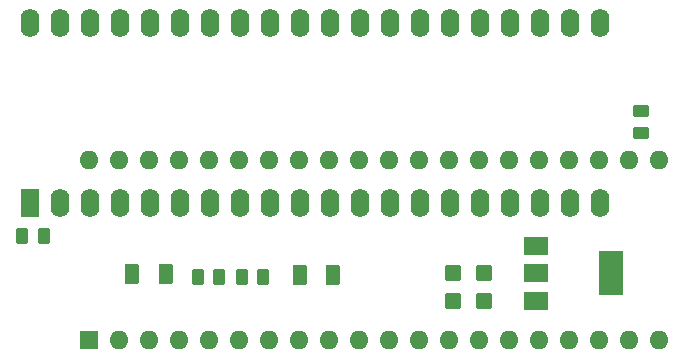
<source format=gbr>
%TF.GenerationSoftware,KiCad,Pcbnew,(6.0.7)*%
%TF.CreationDate,2023-01-02T03:09:55+00:00*%
%TF.ProjectId,CPC-40007AdapterLM1117,4350432d-3430-4303-9037-416461707465,rev?*%
%TF.SameCoordinates,Original*%
%TF.FileFunction,Soldermask,Top*%
%TF.FilePolarity,Negative*%
%FSLAX46Y46*%
G04 Gerber Fmt 4.6, Leading zero omitted, Abs format (unit mm)*
G04 Created by KiCad (PCBNEW (6.0.7)) date 2023-01-02 03:09:55*
%MOMM*%
%LPD*%
G01*
G04 APERTURE LIST*
G04 Aperture macros list*
%AMRoundRect*
0 Rectangle with rounded corners*
0 $1 Rounding radius*
0 $2 $3 $4 $5 $6 $7 $8 $9 X,Y pos of 4 corners*
0 Add a 4 corners polygon primitive as box body*
4,1,4,$2,$3,$4,$5,$6,$7,$8,$9,$2,$3,0*
0 Add four circle primitives for the rounded corners*
1,1,$1+$1,$2,$3*
1,1,$1+$1,$4,$5*
1,1,$1+$1,$6,$7*
1,1,$1+$1,$8,$9*
0 Add four rect primitives between the rounded corners*
20,1,$1+$1,$2,$3,$4,$5,0*
20,1,$1+$1,$4,$5,$6,$7,0*
20,1,$1+$1,$6,$7,$8,$9,0*
20,1,$1+$1,$8,$9,$2,$3,0*%
G04 Aperture macros list end*
%ADD10R,2.000000X1.500000*%
%ADD11R,2.000000X3.800000*%
%ADD12R,1.600000X2.400000*%
%ADD13O,1.600000X2.400000*%
%ADD14RoundRect,0.250000X0.450000X0.425000X-0.450000X0.425000X-0.450000X-0.425000X0.450000X-0.425000X0*%
%ADD15RoundRect,0.250000X-0.262500X-0.450000X0.262500X-0.450000X0.262500X0.450000X-0.262500X0.450000X0*%
%ADD16RoundRect,0.250000X-0.375000X-0.625000X0.375000X-0.625000X0.375000X0.625000X-0.375000X0.625000X0*%
%ADD17R,1.600000X1.600000*%
%ADD18O,1.600000X1.600000*%
%ADD19RoundRect,0.250000X0.262500X0.450000X-0.262500X0.450000X-0.262500X-0.450000X0.262500X-0.450000X0*%
%ADD20RoundRect,0.250000X0.450000X-0.262500X0.450000X0.262500X-0.450000X0.262500X-0.450000X-0.262500X0*%
G04 APERTURE END LIST*
D10*
%TO.C,U1*%
X184200400Y-37476400D03*
D11*
X190500400Y-39776400D03*
D10*
X184200400Y-39776400D03*
X184200400Y-42076400D03*
%TD*%
D12*
%TO.C,IC2*%
X141305200Y-33812400D03*
D13*
X143845200Y-33812400D03*
X146385200Y-33812400D03*
X148925200Y-33812400D03*
X151465200Y-33812400D03*
X154005200Y-33812400D03*
X156545200Y-33812400D03*
X159085200Y-33812400D03*
X161625200Y-33812400D03*
X164165200Y-33812400D03*
X166705200Y-33812400D03*
X169245200Y-33812400D03*
X171785200Y-33812400D03*
X174325200Y-33812400D03*
X176865200Y-33812400D03*
X179405200Y-33812400D03*
X181945200Y-33812400D03*
X184485200Y-33812400D03*
X187025200Y-33812400D03*
X189565200Y-33812400D03*
X189565200Y-18572400D03*
X187025200Y-18572400D03*
X184485200Y-18572400D03*
X181945200Y-18572400D03*
X179405200Y-18572400D03*
X176865200Y-18572400D03*
X174325200Y-18572400D03*
X171785200Y-18572400D03*
X169245200Y-18572400D03*
X166705200Y-18572400D03*
X164165200Y-18572400D03*
X161625200Y-18572400D03*
X159085200Y-18572400D03*
X156545200Y-18572400D03*
X154005200Y-18572400D03*
X151465200Y-18572400D03*
X148925200Y-18572400D03*
X146385200Y-18572400D03*
X143845200Y-18572400D03*
X141305200Y-18572400D03*
%TD*%
D14*
%TO.C,C2*%
X179810400Y-39776400D03*
X177110400Y-39776400D03*
%TD*%
D15*
%TO.C,R5*%
X155526100Y-40055800D03*
X157351100Y-40055800D03*
%TD*%
D14*
%TO.C,C1*%
X179810400Y-42087800D03*
X177110400Y-42087800D03*
%TD*%
D16*
%TO.C,D1*%
X150009400Y-39852600D03*
X152809400Y-39852600D03*
%TD*%
D17*
%TO.C,IC3*%
X146349200Y-45416000D03*
D18*
X148889200Y-45416000D03*
X151429200Y-45416000D03*
X153969200Y-45416000D03*
X156509200Y-45416000D03*
X159049200Y-45416000D03*
X161589200Y-45416000D03*
X164129200Y-45416000D03*
X166669200Y-45416000D03*
X169209200Y-45416000D03*
X171749200Y-45416000D03*
X174289200Y-45416000D03*
X176829200Y-45416000D03*
X179369200Y-45416000D03*
X181909200Y-45416000D03*
X184449200Y-45416000D03*
X186989200Y-45416000D03*
X189529200Y-45416000D03*
X192069200Y-45416000D03*
X194609200Y-45416000D03*
X194609200Y-30176000D03*
X192069200Y-30176000D03*
X189529200Y-30176000D03*
X186989200Y-30176000D03*
X184449200Y-30176000D03*
X181909200Y-30176000D03*
X179369200Y-30176000D03*
X176829200Y-30176000D03*
X174289200Y-30176000D03*
X171749200Y-30176000D03*
X169209200Y-30176000D03*
X166669200Y-30176000D03*
X164129200Y-30176000D03*
X161589200Y-30176000D03*
X159049200Y-30176000D03*
X156509200Y-30176000D03*
X153969200Y-30176000D03*
X151429200Y-30176000D03*
X148889200Y-30176000D03*
X146349200Y-30176000D03*
%TD*%
D16*
%TO.C,D2*%
X164157200Y-39928800D03*
X166957200Y-39928800D03*
%TD*%
D19*
%TO.C,R6*%
X161084900Y-40055800D03*
X159259900Y-40055800D03*
%TD*%
D20*
%TO.C,R2*%
X193065400Y-27887300D03*
X193065400Y-26062300D03*
%TD*%
D15*
%TO.C,R1*%
X140687500Y-36600000D03*
X142512500Y-36600000D03*
%TD*%
M02*

</source>
